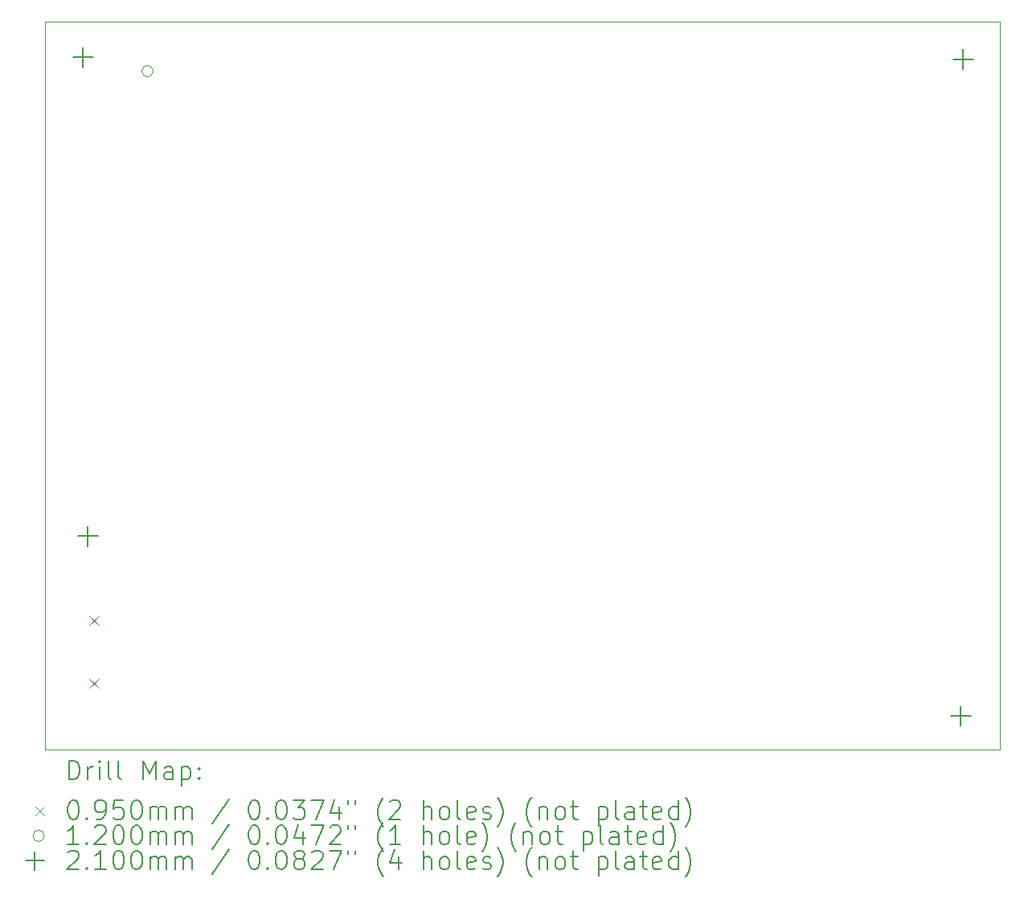
<source format=gbr>
%TF.GenerationSoftware,KiCad,Pcbnew,6.0.9-8da3e8f707~116~ubuntu22.04.1*%
%TF.CreationDate,2023-09-17T15:54:21-04:00*%
%TF.ProjectId,Recovery_DoubleStage,5265636f-7665-4727-995f-446f75626c65,rev?*%
%TF.SameCoordinates,Original*%
%TF.FileFunction,Drillmap*%
%TF.FilePolarity,Positive*%
%FSLAX45Y45*%
G04 Gerber Fmt 4.5, Leading zero omitted, Abs format (unit mm)*
G04 Created by KiCad (PCBNEW 6.0.9-8da3e8f707~116~ubuntu22.04.1) date 2023-09-17 15:54:21*
%MOMM*%
%LPD*%
G01*
G04 APERTURE LIST*
%ADD10C,0.100000*%
%ADD11C,0.200000*%
%ADD12C,0.095000*%
%ADD13C,0.120000*%
%ADD14C,0.210000*%
G04 APERTURE END LIST*
D10*
X1244600Y-8991600D02*
X11303000Y-8991600D01*
X11303000Y-8991600D02*
X11303000Y-1320800D01*
X11303000Y-1320800D02*
X1244600Y-1320800D01*
X1244600Y-1320800D02*
X1244600Y-8991600D01*
D11*
D12*
X1716600Y-7588600D02*
X1811600Y-7683600D01*
X1811600Y-7588600D02*
X1716600Y-7683600D01*
X1716600Y-8248600D02*
X1811600Y-8343600D01*
X1811600Y-8248600D02*
X1716600Y-8343600D01*
D13*
X2386460Y-1841520D02*
G75*
G03*
X2386460Y-1841520I-60000J0D01*
G01*
D14*
X1645920Y-1591720D02*
X1645920Y-1801720D01*
X1540920Y-1696720D02*
X1750920Y-1696720D01*
X1696720Y-6636160D02*
X1696720Y-6846160D01*
X1591720Y-6741160D02*
X1801720Y-6741160D01*
X10891520Y-8531000D02*
X10891520Y-8741000D01*
X10786520Y-8636000D02*
X10996520Y-8636000D01*
X10916920Y-1612040D02*
X10916920Y-1822040D01*
X10811920Y-1717040D02*
X11021920Y-1717040D01*
D11*
X1497219Y-9307076D02*
X1497219Y-9107076D01*
X1544838Y-9107076D01*
X1573409Y-9116600D01*
X1592457Y-9135648D01*
X1601981Y-9154695D01*
X1611505Y-9192790D01*
X1611505Y-9221362D01*
X1601981Y-9259457D01*
X1592457Y-9278505D01*
X1573409Y-9297552D01*
X1544838Y-9307076D01*
X1497219Y-9307076D01*
X1697219Y-9307076D02*
X1697219Y-9173743D01*
X1697219Y-9211838D02*
X1706743Y-9192790D01*
X1716267Y-9183267D01*
X1735314Y-9173743D01*
X1754362Y-9173743D01*
X1821028Y-9307076D02*
X1821028Y-9173743D01*
X1821028Y-9107076D02*
X1811505Y-9116600D01*
X1821028Y-9126124D01*
X1830552Y-9116600D01*
X1821028Y-9107076D01*
X1821028Y-9126124D01*
X1944838Y-9307076D02*
X1925790Y-9297552D01*
X1916267Y-9278505D01*
X1916267Y-9107076D01*
X2049600Y-9307076D02*
X2030552Y-9297552D01*
X2021028Y-9278505D01*
X2021028Y-9107076D01*
X2278171Y-9307076D02*
X2278171Y-9107076D01*
X2344838Y-9249933D01*
X2411505Y-9107076D01*
X2411505Y-9307076D01*
X2592457Y-9307076D02*
X2592457Y-9202314D01*
X2582933Y-9183267D01*
X2563886Y-9173743D01*
X2525790Y-9173743D01*
X2506743Y-9183267D01*
X2592457Y-9297552D02*
X2573410Y-9307076D01*
X2525790Y-9307076D01*
X2506743Y-9297552D01*
X2497219Y-9278505D01*
X2497219Y-9259457D01*
X2506743Y-9240410D01*
X2525790Y-9230886D01*
X2573410Y-9230886D01*
X2592457Y-9221362D01*
X2687695Y-9173743D02*
X2687695Y-9373743D01*
X2687695Y-9183267D02*
X2706743Y-9173743D01*
X2744838Y-9173743D01*
X2763886Y-9183267D01*
X2773410Y-9192790D01*
X2782933Y-9211838D01*
X2782933Y-9268981D01*
X2773410Y-9288029D01*
X2763886Y-9297552D01*
X2744838Y-9307076D01*
X2706743Y-9307076D01*
X2687695Y-9297552D01*
X2868648Y-9288029D02*
X2878171Y-9297552D01*
X2868648Y-9307076D01*
X2859124Y-9297552D01*
X2868648Y-9288029D01*
X2868648Y-9307076D01*
X2868648Y-9183267D02*
X2878171Y-9192790D01*
X2868648Y-9202314D01*
X2859124Y-9192790D01*
X2868648Y-9183267D01*
X2868648Y-9202314D01*
D12*
X1144600Y-9589100D02*
X1239600Y-9684100D01*
X1239600Y-9589100D02*
X1144600Y-9684100D01*
D11*
X1535314Y-9527076D02*
X1554362Y-9527076D01*
X1573409Y-9536600D01*
X1582933Y-9546124D01*
X1592457Y-9565171D01*
X1601981Y-9603267D01*
X1601981Y-9650886D01*
X1592457Y-9688981D01*
X1582933Y-9708029D01*
X1573409Y-9717552D01*
X1554362Y-9727076D01*
X1535314Y-9727076D01*
X1516267Y-9717552D01*
X1506743Y-9708029D01*
X1497219Y-9688981D01*
X1487695Y-9650886D01*
X1487695Y-9603267D01*
X1497219Y-9565171D01*
X1506743Y-9546124D01*
X1516267Y-9536600D01*
X1535314Y-9527076D01*
X1687695Y-9708029D02*
X1697219Y-9717552D01*
X1687695Y-9727076D01*
X1678171Y-9717552D01*
X1687695Y-9708029D01*
X1687695Y-9727076D01*
X1792457Y-9727076D02*
X1830552Y-9727076D01*
X1849600Y-9717552D01*
X1859124Y-9708029D01*
X1878171Y-9679457D01*
X1887695Y-9641362D01*
X1887695Y-9565171D01*
X1878171Y-9546124D01*
X1868648Y-9536600D01*
X1849600Y-9527076D01*
X1811505Y-9527076D01*
X1792457Y-9536600D01*
X1782933Y-9546124D01*
X1773409Y-9565171D01*
X1773409Y-9612790D01*
X1782933Y-9631838D01*
X1792457Y-9641362D01*
X1811505Y-9650886D01*
X1849600Y-9650886D01*
X1868648Y-9641362D01*
X1878171Y-9631838D01*
X1887695Y-9612790D01*
X2068648Y-9527076D02*
X1973409Y-9527076D01*
X1963886Y-9622314D01*
X1973409Y-9612790D01*
X1992457Y-9603267D01*
X2040076Y-9603267D01*
X2059124Y-9612790D01*
X2068648Y-9622314D01*
X2078171Y-9641362D01*
X2078171Y-9688981D01*
X2068648Y-9708029D01*
X2059124Y-9717552D01*
X2040076Y-9727076D01*
X1992457Y-9727076D01*
X1973409Y-9717552D01*
X1963886Y-9708029D01*
X2201981Y-9527076D02*
X2221029Y-9527076D01*
X2240076Y-9536600D01*
X2249600Y-9546124D01*
X2259124Y-9565171D01*
X2268648Y-9603267D01*
X2268648Y-9650886D01*
X2259124Y-9688981D01*
X2249600Y-9708029D01*
X2240076Y-9717552D01*
X2221029Y-9727076D01*
X2201981Y-9727076D01*
X2182933Y-9717552D01*
X2173410Y-9708029D01*
X2163886Y-9688981D01*
X2154362Y-9650886D01*
X2154362Y-9603267D01*
X2163886Y-9565171D01*
X2173410Y-9546124D01*
X2182933Y-9536600D01*
X2201981Y-9527076D01*
X2354362Y-9727076D02*
X2354362Y-9593743D01*
X2354362Y-9612790D02*
X2363886Y-9603267D01*
X2382933Y-9593743D01*
X2411505Y-9593743D01*
X2430552Y-9603267D01*
X2440076Y-9622314D01*
X2440076Y-9727076D01*
X2440076Y-9622314D02*
X2449600Y-9603267D01*
X2468648Y-9593743D01*
X2497219Y-9593743D01*
X2516267Y-9603267D01*
X2525790Y-9622314D01*
X2525790Y-9727076D01*
X2621029Y-9727076D02*
X2621029Y-9593743D01*
X2621029Y-9612790D02*
X2630552Y-9603267D01*
X2649600Y-9593743D01*
X2678171Y-9593743D01*
X2697219Y-9603267D01*
X2706743Y-9622314D01*
X2706743Y-9727076D01*
X2706743Y-9622314D02*
X2716267Y-9603267D01*
X2735314Y-9593743D01*
X2763886Y-9593743D01*
X2782933Y-9603267D01*
X2792457Y-9622314D01*
X2792457Y-9727076D01*
X3182933Y-9517552D02*
X3011505Y-9774695D01*
X3440076Y-9527076D02*
X3459124Y-9527076D01*
X3478171Y-9536600D01*
X3487695Y-9546124D01*
X3497219Y-9565171D01*
X3506743Y-9603267D01*
X3506743Y-9650886D01*
X3497219Y-9688981D01*
X3487695Y-9708029D01*
X3478171Y-9717552D01*
X3459124Y-9727076D01*
X3440076Y-9727076D01*
X3421028Y-9717552D01*
X3411505Y-9708029D01*
X3401981Y-9688981D01*
X3392457Y-9650886D01*
X3392457Y-9603267D01*
X3401981Y-9565171D01*
X3411505Y-9546124D01*
X3421028Y-9536600D01*
X3440076Y-9527076D01*
X3592457Y-9708029D02*
X3601981Y-9717552D01*
X3592457Y-9727076D01*
X3582933Y-9717552D01*
X3592457Y-9708029D01*
X3592457Y-9727076D01*
X3725790Y-9527076D02*
X3744838Y-9527076D01*
X3763886Y-9536600D01*
X3773409Y-9546124D01*
X3782933Y-9565171D01*
X3792457Y-9603267D01*
X3792457Y-9650886D01*
X3782933Y-9688981D01*
X3773409Y-9708029D01*
X3763886Y-9717552D01*
X3744838Y-9727076D01*
X3725790Y-9727076D01*
X3706743Y-9717552D01*
X3697219Y-9708029D01*
X3687695Y-9688981D01*
X3678171Y-9650886D01*
X3678171Y-9603267D01*
X3687695Y-9565171D01*
X3697219Y-9546124D01*
X3706743Y-9536600D01*
X3725790Y-9527076D01*
X3859124Y-9527076D02*
X3982933Y-9527076D01*
X3916267Y-9603267D01*
X3944838Y-9603267D01*
X3963886Y-9612790D01*
X3973409Y-9622314D01*
X3982933Y-9641362D01*
X3982933Y-9688981D01*
X3973409Y-9708029D01*
X3963886Y-9717552D01*
X3944838Y-9727076D01*
X3887695Y-9727076D01*
X3868648Y-9717552D01*
X3859124Y-9708029D01*
X4049600Y-9527076D02*
X4182933Y-9527076D01*
X4097219Y-9727076D01*
X4344838Y-9593743D02*
X4344838Y-9727076D01*
X4297219Y-9517552D02*
X4249600Y-9660410D01*
X4373410Y-9660410D01*
X4440076Y-9527076D02*
X4440076Y-9565171D01*
X4516267Y-9527076D02*
X4516267Y-9565171D01*
X4811505Y-9803267D02*
X4801981Y-9793743D01*
X4782933Y-9765171D01*
X4773410Y-9746124D01*
X4763886Y-9717552D01*
X4754362Y-9669933D01*
X4754362Y-9631838D01*
X4763886Y-9584219D01*
X4773410Y-9555648D01*
X4782933Y-9536600D01*
X4801981Y-9508029D01*
X4811505Y-9498505D01*
X4878171Y-9546124D02*
X4887695Y-9536600D01*
X4906743Y-9527076D01*
X4954362Y-9527076D01*
X4973410Y-9536600D01*
X4982933Y-9546124D01*
X4992457Y-9565171D01*
X4992457Y-9584219D01*
X4982933Y-9612790D01*
X4868648Y-9727076D01*
X4992457Y-9727076D01*
X5230552Y-9727076D02*
X5230552Y-9527076D01*
X5316267Y-9727076D02*
X5316267Y-9622314D01*
X5306743Y-9603267D01*
X5287695Y-9593743D01*
X5259124Y-9593743D01*
X5240076Y-9603267D01*
X5230552Y-9612790D01*
X5440076Y-9727076D02*
X5421029Y-9717552D01*
X5411505Y-9708029D01*
X5401981Y-9688981D01*
X5401981Y-9631838D01*
X5411505Y-9612790D01*
X5421029Y-9603267D01*
X5440076Y-9593743D01*
X5468648Y-9593743D01*
X5487695Y-9603267D01*
X5497219Y-9612790D01*
X5506743Y-9631838D01*
X5506743Y-9688981D01*
X5497219Y-9708029D01*
X5487695Y-9717552D01*
X5468648Y-9727076D01*
X5440076Y-9727076D01*
X5621028Y-9727076D02*
X5601981Y-9717552D01*
X5592457Y-9698505D01*
X5592457Y-9527076D01*
X5773409Y-9717552D02*
X5754362Y-9727076D01*
X5716267Y-9727076D01*
X5697219Y-9717552D01*
X5687695Y-9698505D01*
X5687695Y-9622314D01*
X5697219Y-9603267D01*
X5716267Y-9593743D01*
X5754362Y-9593743D01*
X5773409Y-9603267D01*
X5782933Y-9622314D01*
X5782933Y-9641362D01*
X5687695Y-9660410D01*
X5859124Y-9717552D02*
X5878171Y-9727076D01*
X5916267Y-9727076D01*
X5935314Y-9717552D01*
X5944838Y-9698505D01*
X5944838Y-9688981D01*
X5935314Y-9669933D01*
X5916267Y-9660410D01*
X5887695Y-9660410D01*
X5868648Y-9650886D01*
X5859124Y-9631838D01*
X5859124Y-9622314D01*
X5868648Y-9603267D01*
X5887695Y-9593743D01*
X5916267Y-9593743D01*
X5935314Y-9603267D01*
X6011505Y-9803267D02*
X6021028Y-9793743D01*
X6040076Y-9765171D01*
X6049600Y-9746124D01*
X6059124Y-9717552D01*
X6068648Y-9669933D01*
X6068648Y-9631838D01*
X6059124Y-9584219D01*
X6049600Y-9555648D01*
X6040076Y-9536600D01*
X6021028Y-9508029D01*
X6011505Y-9498505D01*
X6373409Y-9803267D02*
X6363886Y-9793743D01*
X6344838Y-9765171D01*
X6335314Y-9746124D01*
X6325790Y-9717552D01*
X6316267Y-9669933D01*
X6316267Y-9631838D01*
X6325790Y-9584219D01*
X6335314Y-9555648D01*
X6344838Y-9536600D01*
X6363886Y-9508029D01*
X6373409Y-9498505D01*
X6449600Y-9593743D02*
X6449600Y-9727076D01*
X6449600Y-9612790D02*
X6459124Y-9603267D01*
X6478171Y-9593743D01*
X6506743Y-9593743D01*
X6525790Y-9603267D01*
X6535314Y-9622314D01*
X6535314Y-9727076D01*
X6659124Y-9727076D02*
X6640076Y-9717552D01*
X6630552Y-9708029D01*
X6621028Y-9688981D01*
X6621028Y-9631838D01*
X6630552Y-9612790D01*
X6640076Y-9603267D01*
X6659124Y-9593743D01*
X6687695Y-9593743D01*
X6706743Y-9603267D01*
X6716267Y-9612790D01*
X6725790Y-9631838D01*
X6725790Y-9688981D01*
X6716267Y-9708029D01*
X6706743Y-9717552D01*
X6687695Y-9727076D01*
X6659124Y-9727076D01*
X6782933Y-9593743D02*
X6859124Y-9593743D01*
X6811505Y-9527076D02*
X6811505Y-9698505D01*
X6821028Y-9717552D01*
X6840076Y-9727076D01*
X6859124Y-9727076D01*
X7078171Y-9593743D02*
X7078171Y-9793743D01*
X7078171Y-9603267D02*
X7097219Y-9593743D01*
X7135314Y-9593743D01*
X7154362Y-9603267D01*
X7163886Y-9612790D01*
X7173409Y-9631838D01*
X7173409Y-9688981D01*
X7163886Y-9708029D01*
X7154362Y-9717552D01*
X7135314Y-9727076D01*
X7097219Y-9727076D01*
X7078171Y-9717552D01*
X7287695Y-9727076D02*
X7268648Y-9717552D01*
X7259124Y-9698505D01*
X7259124Y-9527076D01*
X7449600Y-9727076D02*
X7449600Y-9622314D01*
X7440076Y-9603267D01*
X7421028Y-9593743D01*
X7382933Y-9593743D01*
X7363886Y-9603267D01*
X7449600Y-9717552D02*
X7430552Y-9727076D01*
X7382933Y-9727076D01*
X7363886Y-9717552D01*
X7354362Y-9698505D01*
X7354362Y-9679457D01*
X7363886Y-9660410D01*
X7382933Y-9650886D01*
X7430552Y-9650886D01*
X7449600Y-9641362D01*
X7516267Y-9593743D02*
X7592457Y-9593743D01*
X7544838Y-9527076D02*
X7544838Y-9698505D01*
X7554362Y-9717552D01*
X7573409Y-9727076D01*
X7592457Y-9727076D01*
X7735314Y-9717552D02*
X7716267Y-9727076D01*
X7678171Y-9727076D01*
X7659124Y-9717552D01*
X7649600Y-9698505D01*
X7649600Y-9622314D01*
X7659124Y-9603267D01*
X7678171Y-9593743D01*
X7716267Y-9593743D01*
X7735314Y-9603267D01*
X7744838Y-9622314D01*
X7744838Y-9641362D01*
X7649600Y-9660410D01*
X7916267Y-9727076D02*
X7916267Y-9527076D01*
X7916267Y-9717552D02*
X7897219Y-9727076D01*
X7859124Y-9727076D01*
X7840076Y-9717552D01*
X7830552Y-9708029D01*
X7821028Y-9688981D01*
X7821028Y-9631838D01*
X7830552Y-9612790D01*
X7840076Y-9603267D01*
X7859124Y-9593743D01*
X7897219Y-9593743D01*
X7916267Y-9603267D01*
X7992457Y-9803267D02*
X8001981Y-9793743D01*
X8021028Y-9765171D01*
X8030552Y-9746124D01*
X8040076Y-9717552D01*
X8049600Y-9669933D01*
X8049600Y-9631838D01*
X8040076Y-9584219D01*
X8030552Y-9555648D01*
X8021028Y-9536600D01*
X8001981Y-9508029D01*
X7992457Y-9498505D01*
D13*
X1239600Y-9900600D02*
G75*
G03*
X1239600Y-9900600I-60000J0D01*
G01*
D11*
X1601981Y-9991076D02*
X1487695Y-9991076D01*
X1544838Y-9991076D02*
X1544838Y-9791076D01*
X1525790Y-9819648D01*
X1506743Y-9838695D01*
X1487695Y-9848219D01*
X1687695Y-9972029D02*
X1697219Y-9981552D01*
X1687695Y-9991076D01*
X1678171Y-9981552D01*
X1687695Y-9972029D01*
X1687695Y-9991076D01*
X1773409Y-9810124D02*
X1782933Y-9800600D01*
X1801981Y-9791076D01*
X1849600Y-9791076D01*
X1868648Y-9800600D01*
X1878171Y-9810124D01*
X1887695Y-9829171D01*
X1887695Y-9848219D01*
X1878171Y-9876790D01*
X1763886Y-9991076D01*
X1887695Y-9991076D01*
X2011505Y-9791076D02*
X2030552Y-9791076D01*
X2049600Y-9800600D01*
X2059124Y-9810124D01*
X2068648Y-9829171D01*
X2078171Y-9867267D01*
X2078171Y-9914886D01*
X2068648Y-9952981D01*
X2059124Y-9972029D01*
X2049600Y-9981552D01*
X2030552Y-9991076D01*
X2011505Y-9991076D01*
X1992457Y-9981552D01*
X1982933Y-9972029D01*
X1973409Y-9952981D01*
X1963886Y-9914886D01*
X1963886Y-9867267D01*
X1973409Y-9829171D01*
X1982933Y-9810124D01*
X1992457Y-9800600D01*
X2011505Y-9791076D01*
X2201981Y-9791076D02*
X2221029Y-9791076D01*
X2240076Y-9800600D01*
X2249600Y-9810124D01*
X2259124Y-9829171D01*
X2268648Y-9867267D01*
X2268648Y-9914886D01*
X2259124Y-9952981D01*
X2249600Y-9972029D01*
X2240076Y-9981552D01*
X2221029Y-9991076D01*
X2201981Y-9991076D01*
X2182933Y-9981552D01*
X2173410Y-9972029D01*
X2163886Y-9952981D01*
X2154362Y-9914886D01*
X2154362Y-9867267D01*
X2163886Y-9829171D01*
X2173410Y-9810124D01*
X2182933Y-9800600D01*
X2201981Y-9791076D01*
X2354362Y-9991076D02*
X2354362Y-9857743D01*
X2354362Y-9876790D02*
X2363886Y-9867267D01*
X2382933Y-9857743D01*
X2411505Y-9857743D01*
X2430552Y-9867267D01*
X2440076Y-9886314D01*
X2440076Y-9991076D01*
X2440076Y-9886314D02*
X2449600Y-9867267D01*
X2468648Y-9857743D01*
X2497219Y-9857743D01*
X2516267Y-9867267D01*
X2525790Y-9886314D01*
X2525790Y-9991076D01*
X2621029Y-9991076D02*
X2621029Y-9857743D01*
X2621029Y-9876790D02*
X2630552Y-9867267D01*
X2649600Y-9857743D01*
X2678171Y-9857743D01*
X2697219Y-9867267D01*
X2706743Y-9886314D01*
X2706743Y-9991076D01*
X2706743Y-9886314D02*
X2716267Y-9867267D01*
X2735314Y-9857743D01*
X2763886Y-9857743D01*
X2782933Y-9867267D01*
X2792457Y-9886314D01*
X2792457Y-9991076D01*
X3182933Y-9781552D02*
X3011505Y-10038695D01*
X3440076Y-9791076D02*
X3459124Y-9791076D01*
X3478171Y-9800600D01*
X3487695Y-9810124D01*
X3497219Y-9829171D01*
X3506743Y-9867267D01*
X3506743Y-9914886D01*
X3497219Y-9952981D01*
X3487695Y-9972029D01*
X3478171Y-9981552D01*
X3459124Y-9991076D01*
X3440076Y-9991076D01*
X3421028Y-9981552D01*
X3411505Y-9972029D01*
X3401981Y-9952981D01*
X3392457Y-9914886D01*
X3392457Y-9867267D01*
X3401981Y-9829171D01*
X3411505Y-9810124D01*
X3421028Y-9800600D01*
X3440076Y-9791076D01*
X3592457Y-9972029D02*
X3601981Y-9981552D01*
X3592457Y-9991076D01*
X3582933Y-9981552D01*
X3592457Y-9972029D01*
X3592457Y-9991076D01*
X3725790Y-9791076D02*
X3744838Y-9791076D01*
X3763886Y-9800600D01*
X3773409Y-9810124D01*
X3782933Y-9829171D01*
X3792457Y-9867267D01*
X3792457Y-9914886D01*
X3782933Y-9952981D01*
X3773409Y-9972029D01*
X3763886Y-9981552D01*
X3744838Y-9991076D01*
X3725790Y-9991076D01*
X3706743Y-9981552D01*
X3697219Y-9972029D01*
X3687695Y-9952981D01*
X3678171Y-9914886D01*
X3678171Y-9867267D01*
X3687695Y-9829171D01*
X3697219Y-9810124D01*
X3706743Y-9800600D01*
X3725790Y-9791076D01*
X3963886Y-9857743D02*
X3963886Y-9991076D01*
X3916267Y-9781552D02*
X3868648Y-9924410D01*
X3992457Y-9924410D01*
X4049600Y-9791076D02*
X4182933Y-9791076D01*
X4097219Y-9991076D01*
X4249600Y-9810124D02*
X4259124Y-9800600D01*
X4278171Y-9791076D01*
X4325790Y-9791076D01*
X4344838Y-9800600D01*
X4354362Y-9810124D01*
X4363886Y-9829171D01*
X4363886Y-9848219D01*
X4354362Y-9876790D01*
X4240076Y-9991076D01*
X4363886Y-9991076D01*
X4440076Y-9791076D02*
X4440076Y-9829171D01*
X4516267Y-9791076D02*
X4516267Y-9829171D01*
X4811505Y-10067267D02*
X4801981Y-10057743D01*
X4782933Y-10029171D01*
X4773410Y-10010124D01*
X4763886Y-9981552D01*
X4754362Y-9933933D01*
X4754362Y-9895838D01*
X4763886Y-9848219D01*
X4773410Y-9819648D01*
X4782933Y-9800600D01*
X4801981Y-9772029D01*
X4811505Y-9762505D01*
X4992457Y-9991076D02*
X4878171Y-9991076D01*
X4935314Y-9991076D02*
X4935314Y-9791076D01*
X4916267Y-9819648D01*
X4897219Y-9838695D01*
X4878171Y-9848219D01*
X5230552Y-9991076D02*
X5230552Y-9791076D01*
X5316267Y-9991076D02*
X5316267Y-9886314D01*
X5306743Y-9867267D01*
X5287695Y-9857743D01*
X5259124Y-9857743D01*
X5240076Y-9867267D01*
X5230552Y-9876790D01*
X5440076Y-9991076D02*
X5421029Y-9981552D01*
X5411505Y-9972029D01*
X5401981Y-9952981D01*
X5401981Y-9895838D01*
X5411505Y-9876790D01*
X5421029Y-9867267D01*
X5440076Y-9857743D01*
X5468648Y-9857743D01*
X5487695Y-9867267D01*
X5497219Y-9876790D01*
X5506743Y-9895838D01*
X5506743Y-9952981D01*
X5497219Y-9972029D01*
X5487695Y-9981552D01*
X5468648Y-9991076D01*
X5440076Y-9991076D01*
X5621028Y-9991076D02*
X5601981Y-9981552D01*
X5592457Y-9962505D01*
X5592457Y-9791076D01*
X5773409Y-9981552D02*
X5754362Y-9991076D01*
X5716267Y-9991076D01*
X5697219Y-9981552D01*
X5687695Y-9962505D01*
X5687695Y-9886314D01*
X5697219Y-9867267D01*
X5716267Y-9857743D01*
X5754362Y-9857743D01*
X5773409Y-9867267D01*
X5782933Y-9886314D01*
X5782933Y-9905362D01*
X5687695Y-9924410D01*
X5849600Y-10067267D02*
X5859124Y-10057743D01*
X5878171Y-10029171D01*
X5887695Y-10010124D01*
X5897219Y-9981552D01*
X5906743Y-9933933D01*
X5906743Y-9895838D01*
X5897219Y-9848219D01*
X5887695Y-9819648D01*
X5878171Y-9800600D01*
X5859124Y-9772029D01*
X5849600Y-9762505D01*
X6211505Y-10067267D02*
X6201981Y-10057743D01*
X6182933Y-10029171D01*
X6173409Y-10010124D01*
X6163886Y-9981552D01*
X6154362Y-9933933D01*
X6154362Y-9895838D01*
X6163886Y-9848219D01*
X6173409Y-9819648D01*
X6182933Y-9800600D01*
X6201981Y-9772029D01*
X6211505Y-9762505D01*
X6287695Y-9857743D02*
X6287695Y-9991076D01*
X6287695Y-9876790D02*
X6297219Y-9867267D01*
X6316267Y-9857743D01*
X6344838Y-9857743D01*
X6363886Y-9867267D01*
X6373409Y-9886314D01*
X6373409Y-9991076D01*
X6497219Y-9991076D02*
X6478171Y-9981552D01*
X6468648Y-9972029D01*
X6459124Y-9952981D01*
X6459124Y-9895838D01*
X6468648Y-9876790D01*
X6478171Y-9867267D01*
X6497219Y-9857743D01*
X6525790Y-9857743D01*
X6544838Y-9867267D01*
X6554362Y-9876790D01*
X6563886Y-9895838D01*
X6563886Y-9952981D01*
X6554362Y-9972029D01*
X6544838Y-9981552D01*
X6525790Y-9991076D01*
X6497219Y-9991076D01*
X6621028Y-9857743D02*
X6697219Y-9857743D01*
X6649600Y-9791076D02*
X6649600Y-9962505D01*
X6659124Y-9981552D01*
X6678171Y-9991076D01*
X6697219Y-9991076D01*
X6916267Y-9857743D02*
X6916267Y-10057743D01*
X6916267Y-9867267D02*
X6935314Y-9857743D01*
X6973409Y-9857743D01*
X6992457Y-9867267D01*
X7001981Y-9876790D01*
X7011505Y-9895838D01*
X7011505Y-9952981D01*
X7001981Y-9972029D01*
X6992457Y-9981552D01*
X6973409Y-9991076D01*
X6935314Y-9991076D01*
X6916267Y-9981552D01*
X7125790Y-9991076D02*
X7106743Y-9981552D01*
X7097219Y-9962505D01*
X7097219Y-9791076D01*
X7287695Y-9991076D02*
X7287695Y-9886314D01*
X7278171Y-9867267D01*
X7259124Y-9857743D01*
X7221028Y-9857743D01*
X7201981Y-9867267D01*
X7287695Y-9981552D02*
X7268648Y-9991076D01*
X7221028Y-9991076D01*
X7201981Y-9981552D01*
X7192457Y-9962505D01*
X7192457Y-9943457D01*
X7201981Y-9924410D01*
X7221028Y-9914886D01*
X7268648Y-9914886D01*
X7287695Y-9905362D01*
X7354362Y-9857743D02*
X7430552Y-9857743D01*
X7382933Y-9791076D02*
X7382933Y-9962505D01*
X7392457Y-9981552D01*
X7411505Y-9991076D01*
X7430552Y-9991076D01*
X7573409Y-9981552D02*
X7554362Y-9991076D01*
X7516267Y-9991076D01*
X7497219Y-9981552D01*
X7487695Y-9962505D01*
X7487695Y-9886314D01*
X7497219Y-9867267D01*
X7516267Y-9857743D01*
X7554362Y-9857743D01*
X7573409Y-9867267D01*
X7582933Y-9886314D01*
X7582933Y-9905362D01*
X7487695Y-9924410D01*
X7754362Y-9991076D02*
X7754362Y-9791076D01*
X7754362Y-9981552D02*
X7735314Y-9991076D01*
X7697219Y-9991076D01*
X7678171Y-9981552D01*
X7668648Y-9972029D01*
X7659124Y-9952981D01*
X7659124Y-9895838D01*
X7668648Y-9876790D01*
X7678171Y-9867267D01*
X7697219Y-9857743D01*
X7735314Y-9857743D01*
X7754362Y-9867267D01*
X7830552Y-10067267D02*
X7840076Y-10057743D01*
X7859124Y-10029171D01*
X7868648Y-10010124D01*
X7878171Y-9981552D01*
X7887695Y-9933933D01*
X7887695Y-9895838D01*
X7878171Y-9848219D01*
X7868648Y-9819648D01*
X7859124Y-9800600D01*
X7840076Y-9772029D01*
X7830552Y-9762505D01*
X1139600Y-10064600D02*
X1139600Y-10264600D01*
X1039600Y-10164600D02*
X1239600Y-10164600D01*
X1487695Y-10074124D02*
X1497219Y-10064600D01*
X1516267Y-10055076D01*
X1563886Y-10055076D01*
X1582933Y-10064600D01*
X1592457Y-10074124D01*
X1601981Y-10093171D01*
X1601981Y-10112219D01*
X1592457Y-10140790D01*
X1478171Y-10255076D01*
X1601981Y-10255076D01*
X1687695Y-10236029D02*
X1697219Y-10245552D01*
X1687695Y-10255076D01*
X1678171Y-10245552D01*
X1687695Y-10236029D01*
X1687695Y-10255076D01*
X1887695Y-10255076D02*
X1773409Y-10255076D01*
X1830552Y-10255076D02*
X1830552Y-10055076D01*
X1811505Y-10083648D01*
X1792457Y-10102695D01*
X1773409Y-10112219D01*
X2011505Y-10055076D02*
X2030552Y-10055076D01*
X2049600Y-10064600D01*
X2059124Y-10074124D01*
X2068648Y-10093171D01*
X2078171Y-10131267D01*
X2078171Y-10178886D01*
X2068648Y-10216981D01*
X2059124Y-10236029D01*
X2049600Y-10245552D01*
X2030552Y-10255076D01*
X2011505Y-10255076D01*
X1992457Y-10245552D01*
X1982933Y-10236029D01*
X1973409Y-10216981D01*
X1963886Y-10178886D01*
X1963886Y-10131267D01*
X1973409Y-10093171D01*
X1982933Y-10074124D01*
X1992457Y-10064600D01*
X2011505Y-10055076D01*
X2201981Y-10055076D02*
X2221029Y-10055076D01*
X2240076Y-10064600D01*
X2249600Y-10074124D01*
X2259124Y-10093171D01*
X2268648Y-10131267D01*
X2268648Y-10178886D01*
X2259124Y-10216981D01*
X2249600Y-10236029D01*
X2240076Y-10245552D01*
X2221029Y-10255076D01*
X2201981Y-10255076D01*
X2182933Y-10245552D01*
X2173410Y-10236029D01*
X2163886Y-10216981D01*
X2154362Y-10178886D01*
X2154362Y-10131267D01*
X2163886Y-10093171D01*
X2173410Y-10074124D01*
X2182933Y-10064600D01*
X2201981Y-10055076D01*
X2354362Y-10255076D02*
X2354362Y-10121743D01*
X2354362Y-10140790D02*
X2363886Y-10131267D01*
X2382933Y-10121743D01*
X2411505Y-10121743D01*
X2430552Y-10131267D01*
X2440076Y-10150314D01*
X2440076Y-10255076D01*
X2440076Y-10150314D02*
X2449600Y-10131267D01*
X2468648Y-10121743D01*
X2497219Y-10121743D01*
X2516267Y-10131267D01*
X2525790Y-10150314D01*
X2525790Y-10255076D01*
X2621029Y-10255076D02*
X2621029Y-10121743D01*
X2621029Y-10140790D02*
X2630552Y-10131267D01*
X2649600Y-10121743D01*
X2678171Y-10121743D01*
X2697219Y-10131267D01*
X2706743Y-10150314D01*
X2706743Y-10255076D01*
X2706743Y-10150314D02*
X2716267Y-10131267D01*
X2735314Y-10121743D01*
X2763886Y-10121743D01*
X2782933Y-10131267D01*
X2792457Y-10150314D01*
X2792457Y-10255076D01*
X3182933Y-10045552D02*
X3011505Y-10302695D01*
X3440076Y-10055076D02*
X3459124Y-10055076D01*
X3478171Y-10064600D01*
X3487695Y-10074124D01*
X3497219Y-10093171D01*
X3506743Y-10131267D01*
X3506743Y-10178886D01*
X3497219Y-10216981D01*
X3487695Y-10236029D01*
X3478171Y-10245552D01*
X3459124Y-10255076D01*
X3440076Y-10255076D01*
X3421028Y-10245552D01*
X3411505Y-10236029D01*
X3401981Y-10216981D01*
X3392457Y-10178886D01*
X3392457Y-10131267D01*
X3401981Y-10093171D01*
X3411505Y-10074124D01*
X3421028Y-10064600D01*
X3440076Y-10055076D01*
X3592457Y-10236029D02*
X3601981Y-10245552D01*
X3592457Y-10255076D01*
X3582933Y-10245552D01*
X3592457Y-10236029D01*
X3592457Y-10255076D01*
X3725790Y-10055076D02*
X3744838Y-10055076D01*
X3763886Y-10064600D01*
X3773409Y-10074124D01*
X3782933Y-10093171D01*
X3792457Y-10131267D01*
X3792457Y-10178886D01*
X3782933Y-10216981D01*
X3773409Y-10236029D01*
X3763886Y-10245552D01*
X3744838Y-10255076D01*
X3725790Y-10255076D01*
X3706743Y-10245552D01*
X3697219Y-10236029D01*
X3687695Y-10216981D01*
X3678171Y-10178886D01*
X3678171Y-10131267D01*
X3687695Y-10093171D01*
X3697219Y-10074124D01*
X3706743Y-10064600D01*
X3725790Y-10055076D01*
X3906743Y-10140790D02*
X3887695Y-10131267D01*
X3878171Y-10121743D01*
X3868648Y-10102695D01*
X3868648Y-10093171D01*
X3878171Y-10074124D01*
X3887695Y-10064600D01*
X3906743Y-10055076D01*
X3944838Y-10055076D01*
X3963886Y-10064600D01*
X3973409Y-10074124D01*
X3982933Y-10093171D01*
X3982933Y-10102695D01*
X3973409Y-10121743D01*
X3963886Y-10131267D01*
X3944838Y-10140790D01*
X3906743Y-10140790D01*
X3887695Y-10150314D01*
X3878171Y-10159838D01*
X3868648Y-10178886D01*
X3868648Y-10216981D01*
X3878171Y-10236029D01*
X3887695Y-10245552D01*
X3906743Y-10255076D01*
X3944838Y-10255076D01*
X3963886Y-10245552D01*
X3973409Y-10236029D01*
X3982933Y-10216981D01*
X3982933Y-10178886D01*
X3973409Y-10159838D01*
X3963886Y-10150314D01*
X3944838Y-10140790D01*
X4059124Y-10074124D02*
X4068648Y-10064600D01*
X4087695Y-10055076D01*
X4135314Y-10055076D01*
X4154362Y-10064600D01*
X4163886Y-10074124D01*
X4173409Y-10093171D01*
X4173409Y-10112219D01*
X4163886Y-10140790D01*
X4049600Y-10255076D01*
X4173409Y-10255076D01*
X4240076Y-10055076D02*
X4373410Y-10055076D01*
X4287695Y-10255076D01*
X4440076Y-10055076D02*
X4440076Y-10093171D01*
X4516267Y-10055076D02*
X4516267Y-10093171D01*
X4811505Y-10331267D02*
X4801981Y-10321743D01*
X4782933Y-10293171D01*
X4773410Y-10274124D01*
X4763886Y-10245552D01*
X4754362Y-10197933D01*
X4754362Y-10159838D01*
X4763886Y-10112219D01*
X4773410Y-10083648D01*
X4782933Y-10064600D01*
X4801981Y-10036029D01*
X4811505Y-10026505D01*
X4973410Y-10121743D02*
X4973410Y-10255076D01*
X4925790Y-10045552D02*
X4878171Y-10188410D01*
X5001981Y-10188410D01*
X5230552Y-10255076D02*
X5230552Y-10055076D01*
X5316267Y-10255076D02*
X5316267Y-10150314D01*
X5306743Y-10131267D01*
X5287695Y-10121743D01*
X5259124Y-10121743D01*
X5240076Y-10131267D01*
X5230552Y-10140790D01*
X5440076Y-10255076D02*
X5421029Y-10245552D01*
X5411505Y-10236029D01*
X5401981Y-10216981D01*
X5401981Y-10159838D01*
X5411505Y-10140790D01*
X5421029Y-10131267D01*
X5440076Y-10121743D01*
X5468648Y-10121743D01*
X5487695Y-10131267D01*
X5497219Y-10140790D01*
X5506743Y-10159838D01*
X5506743Y-10216981D01*
X5497219Y-10236029D01*
X5487695Y-10245552D01*
X5468648Y-10255076D01*
X5440076Y-10255076D01*
X5621028Y-10255076D02*
X5601981Y-10245552D01*
X5592457Y-10226505D01*
X5592457Y-10055076D01*
X5773409Y-10245552D02*
X5754362Y-10255076D01*
X5716267Y-10255076D01*
X5697219Y-10245552D01*
X5687695Y-10226505D01*
X5687695Y-10150314D01*
X5697219Y-10131267D01*
X5716267Y-10121743D01*
X5754362Y-10121743D01*
X5773409Y-10131267D01*
X5782933Y-10150314D01*
X5782933Y-10169362D01*
X5687695Y-10188410D01*
X5859124Y-10245552D02*
X5878171Y-10255076D01*
X5916267Y-10255076D01*
X5935314Y-10245552D01*
X5944838Y-10226505D01*
X5944838Y-10216981D01*
X5935314Y-10197933D01*
X5916267Y-10188410D01*
X5887695Y-10188410D01*
X5868648Y-10178886D01*
X5859124Y-10159838D01*
X5859124Y-10150314D01*
X5868648Y-10131267D01*
X5887695Y-10121743D01*
X5916267Y-10121743D01*
X5935314Y-10131267D01*
X6011505Y-10331267D02*
X6021028Y-10321743D01*
X6040076Y-10293171D01*
X6049600Y-10274124D01*
X6059124Y-10245552D01*
X6068648Y-10197933D01*
X6068648Y-10159838D01*
X6059124Y-10112219D01*
X6049600Y-10083648D01*
X6040076Y-10064600D01*
X6021028Y-10036029D01*
X6011505Y-10026505D01*
X6373409Y-10331267D02*
X6363886Y-10321743D01*
X6344838Y-10293171D01*
X6335314Y-10274124D01*
X6325790Y-10245552D01*
X6316267Y-10197933D01*
X6316267Y-10159838D01*
X6325790Y-10112219D01*
X6335314Y-10083648D01*
X6344838Y-10064600D01*
X6363886Y-10036029D01*
X6373409Y-10026505D01*
X6449600Y-10121743D02*
X6449600Y-10255076D01*
X6449600Y-10140790D02*
X6459124Y-10131267D01*
X6478171Y-10121743D01*
X6506743Y-10121743D01*
X6525790Y-10131267D01*
X6535314Y-10150314D01*
X6535314Y-10255076D01*
X6659124Y-10255076D02*
X6640076Y-10245552D01*
X6630552Y-10236029D01*
X6621028Y-10216981D01*
X6621028Y-10159838D01*
X6630552Y-10140790D01*
X6640076Y-10131267D01*
X6659124Y-10121743D01*
X6687695Y-10121743D01*
X6706743Y-10131267D01*
X6716267Y-10140790D01*
X6725790Y-10159838D01*
X6725790Y-10216981D01*
X6716267Y-10236029D01*
X6706743Y-10245552D01*
X6687695Y-10255076D01*
X6659124Y-10255076D01*
X6782933Y-10121743D02*
X6859124Y-10121743D01*
X6811505Y-10055076D02*
X6811505Y-10226505D01*
X6821028Y-10245552D01*
X6840076Y-10255076D01*
X6859124Y-10255076D01*
X7078171Y-10121743D02*
X7078171Y-10321743D01*
X7078171Y-10131267D02*
X7097219Y-10121743D01*
X7135314Y-10121743D01*
X7154362Y-10131267D01*
X7163886Y-10140790D01*
X7173409Y-10159838D01*
X7173409Y-10216981D01*
X7163886Y-10236029D01*
X7154362Y-10245552D01*
X7135314Y-10255076D01*
X7097219Y-10255076D01*
X7078171Y-10245552D01*
X7287695Y-10255076D02*
X7268648Y-10245552D01*
X7259124Y-10226505D01*
X7259124Y-10055076D01*
X7449600Y-10255076D02*
X7449600Y-10150314D01*
X7440076Y-10131267D01*
X7421028Y-10121743D01*
X7382933Y-10121743D01*
X7363886Y-10131267D01*
X7449600Y-10245552D02*
X7430552Y-10255076D01*
X7382933Y-10255076D01*
X7363886Y-10245552D01*
X7354362Y-10226505D01*
X7354362Y-10207457D01*
X7363886Y-10188410D01*
X7382933Y-10178886D01*
X7430552Y-10178886D01*
X7449600Y-10169362D01*
X7516267Y-10121743D02*
X7592457Y-10121743D01*
X7544838Y-10055076D02*
X7544838Y-10226505D01*
X7554362Y-10245552D01*
X7573409Y-10255076D01*
X7592457Y-10255076D01*
X7735314Y-10245552D02*
X7716267Y-10255076D01*
X7678171Y-10255076D01*
X7659124Y-10245552D01*
X7649600Y-10226505D01*
X7649600Y-10150314D01*
X7659124Y-10131267D01*
X7678171Y-10121743D01*
X7716267Y-10121743D01*
X7735314Y-10131267D01*
X7744838Y-10150314D01*
X7744838Y-10169362D01*
X7649600Y-10188410D01*
X7916267Y-10255076D02*
X7916267Y-10055076D01*
X7916267Y-10245552D02*
X7897219Y-10255076D01*
X7859124Y-10255076D01*
X7840076Y-10245552D01*
X7830552Y-10236029D01*
X7821028Y-10216981D01*
X7821028Y-10159838D01*
X7830552Y-10140790D01*
X7840076Y-10131267D01*
X7859124Y-10121743D01*
X7897219Y-10121743D01*
X7916267Y-10131267D01*
X7992457Y-10331267D02*
X8001981Y-10321743D01*
X8021028Y-10293171D01*
X8030552Y-10274124D01*
X8040076Y-10245552D01*
X8049600Y-10197933D01*
X8049600Y-10159838D01*
X8040076Y-10112219D01*
X8030552Y-10083648D01*
X8021028Y-10064600D01*
X8001981Y-10036029D01*
X7992457Y-10026505D01*
M02*

</source>
